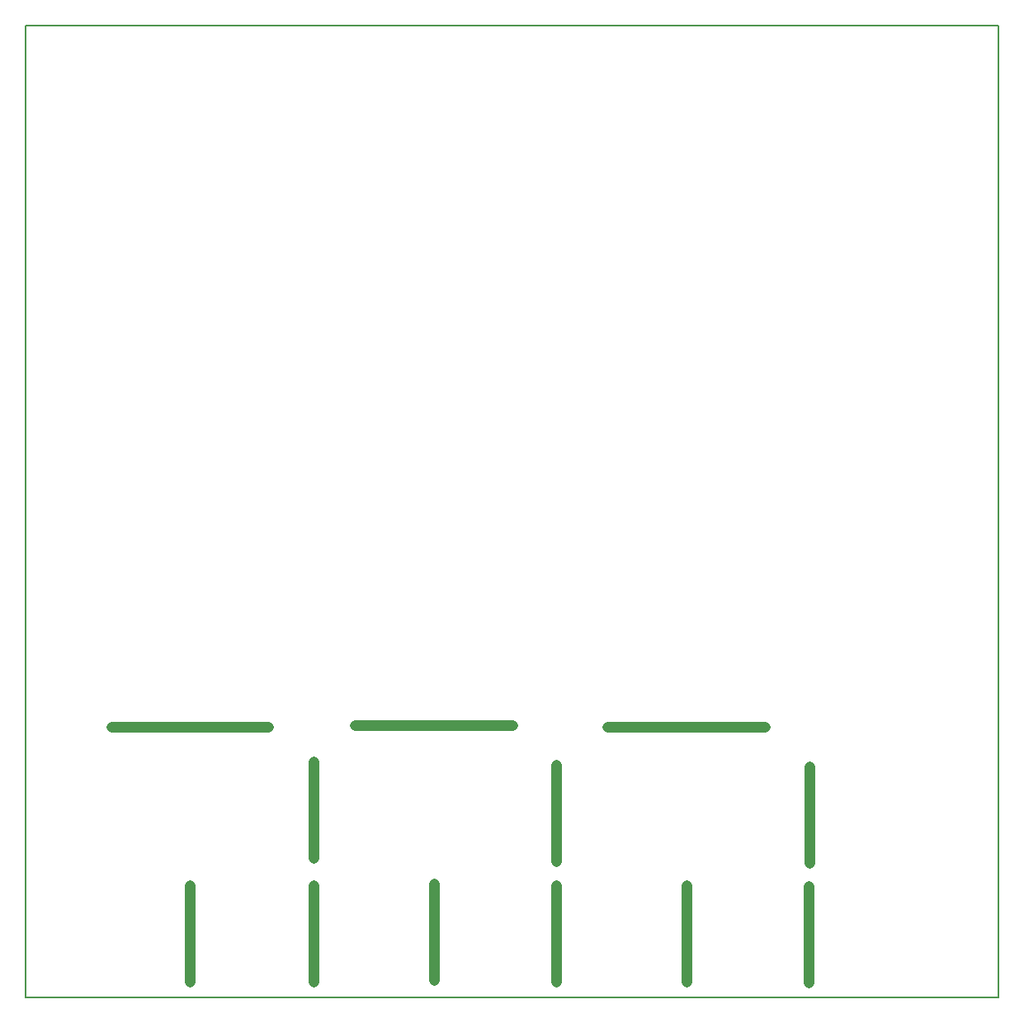
<source format=gko>
G04 Layer_Color=16711935*
%FSLAX25Y25*%
%MOIN*%
G70*
G01*
G75*
%ADD32C,0.00787*%
%ADD54C,0.04331*%
D32*
X-7500Y-7500D02*
Y385300D01*
X80500Y-7500D02*
X322000D01*
X80500Y385400D02*
X322000D01*
X385700Y-7500D02*
Y385400D01*
X322000D02*
X385700D01*
X322000Y-7500D02*
X385700D01*
X-7500D02*
X80500D01*
X-7500Y385400D02*
X80500D01*
D54*
X309063Y-1500D02*
Y37500D01*
X309126Y46941D02*
Y85941D01*
X259500Y-1000D02*
Y38000D01*
X227750Y102000D02*
X291250D01*
X157437Y-500D02*
Y38500D01*
X125687Y102500D02*
X189187D01*
X109000Y-1000D02*
Y38000D01*
X27250Y102000D02*
X90750D01*
X59000Y-1000D02*
Y38000D01*
X207000Y-1000D02*
Y38000D01*
X109000Y49000D02*
Y88000D01*
X207063Y47441D02*
Y86441D01*
M02*

</source>
